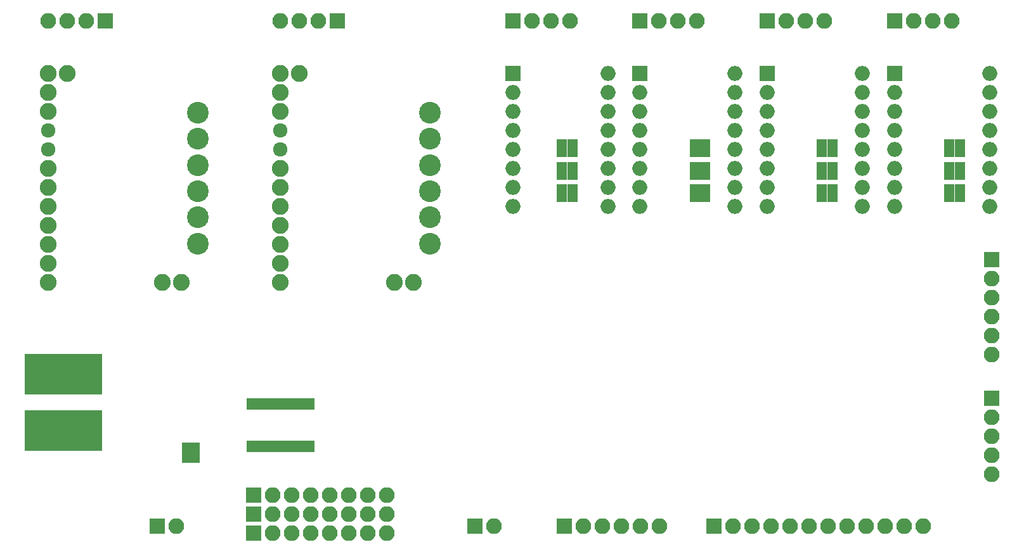
<source format=gbr>
G04 #@! TF.FileFunction,Soldermask,Top*
%FSLAX46Y46*%
G04 Gerber Fmt 4.6, Leading zero omitted, Abs format (unit mm)*
G04 Created by KiCad (PCBNEW 4.0.7) date 03/14/18 22:29:54*
%MOMM*%
%LPD*%
G01*
G04 APERTURE LIST*
%ADD10C,0.100000*%
%ADD11R,2.000000X2.000000*%
%ADD12O,2.000000X2.000000*%
%ADD13R,10.400000X5.400000*%
%ADD14R,2.100000X2.100000*%
%ADD15O,2.100000X2.100000*%
%ADD16R,1.400000X2.400000*%
%ADD17R,2.400000X1.400000*%
%ADD18C,2.250000*%
%ADD19C,1.924000*%
%ADD20C,2.900000*%
%ADD21R,0.800000X1.500000*%
G04 APERTURE END LIST*
D10*
D11*
X180000000Y-57000000D03*
D12*
X192700000Y-74780000D03*
X180000000Y-59540000D03*
X192700000Y-72240000D03*
X180000000Y-62080000D03*
X192700000Y-69700000D03*
X180000000Y-64620000D03*
X192700000Y-67160000D03*
X180000000Y-67160000D03*
X192700000Y-64620000D03*
X180000000Y-69700000D03*
X192700000Y-62080000D03*
X180000000Y-72240000D03*
X192700000Y-59540000D03*
X180000000Y-74780000D03*
X192700000Y-57000000D03*
D11*
X197000000Y-57000000D03*
D12*
X209700000Y-74780000D03*
X197000000Y-59540000D03*
X209700000Y-72240000D03*
X197000000Y-62080000D03*
X209700000Y-69700000D03*
X197000000Y-64620000D03*
X209700000Y-67160000D03*
X197000000Y-67160000D03*
X209700000Y-64620000D03*
X197000000Y-69700000D03*
X209700000Y-62080000D03*
X197000000Y-72240000D03*
X209700000Y-59540000D03*
X197000000Y-74780000D03*
X209700000Y-57000000D03*
D11*
X214000000Y-57000000D03*
D12*
X226700000Y-74780000D03*
X214000000Y-59540000D03*
X226700000Y-72240000D03*
X214000000Y-62080000D03*
X226700000Y-69700000D03*
X214000000Y-64620000D03*
X226700000Y-67160000D03*
X214000000Y-67160000D03*
X226700000Y-64620000D03*
X214000000Y-69700000D03*
X226700000Y-62080000D03*
X214000000Y-72240000D03*
X226700000Y-59540000D03*
X214000000Y-74780000D03*
X226700000Y-57000000D03*
D11*
X231000000Y-57000000D03*
D12*
X243700000Y-74780000D03*
X231000000Y-59540000D03*
X243700000Y-72240000D03*
X231000000Y-62080000D03*
X243700000Y-69700000D03*
X231000000Y-64620000D03*
X243700000Y-67160000D03*
X231000000Y-67160000D03*
X243700000Y-64620000D03*
X231000000Y-69700000D03*
X243700000Y-62080000D03*
X231000000Y-72240000D03*
X243700000Y-59540000D03*
X231000000Y-74780000D03*
X243700000Y-57000000D03*
D13*
X120000000Y-97250000D03*
X120000000Y-104750000D03*
D14*
X180000000Y-50000000D03*
D15*
X182540000Y-50000000D03*
X185080000Y-50000000D03*
X187620000Y-50000000D03*
D14*
X197000000Y-50000000D03*
D15*
X199540000Y-50000000D03*
X202080000Y-50000000D03*
X204620000Y-50000000D03*
D14*
X214000000Y-50000000D03*
D15*
X216540000Y-50000000D03*
X219080000Y-50000000D03*
X221620000Y-50000000D03*
D14*
X231000000Y-50000000D03*
D15*
X233540000Y-50000000D03*
X236080000Y-50000000D03*
X238620000Y-50000000D03*
D14*
X125620000Y-50000000D03*
D15*
X123080000Y-50000000D03*
X120540000Y-50000000D03*
X118000000Y-50000000D03*
D14*
X156620000Y-50000000D03*
D15*
X154080000Y-50000000D03*
X151540000Y-50000000D03*
X149000000Y-50000000D03*
D14*
X206920000Y-117500000D03*
D15*
X209460000Y-117500000D03*
X212000000Y-117500000D03*
X214540000Y-117500000D03*
X217080000Y-117500000D03*
X219620000Y-117500000D03*
X222160000Y-117500000D03*
X224700000Y-117500000D03*
X227240000Y-117500000D03*
X229780000Y-117500000D03*
X232320000Y-117500000D03*
X234860000Y-117500000D03*
D14*
X244000000Y-100460000D03*
D15*
X244000000Y-103000000D03*
X244000000Y-105540000D03*
X244000000Y-108080000D03*
X244000000Y-110620000D03*
D14*
X244000000Y-81920000D03*
D15*
X244000000Y-84460000D03*
X244000000Y-87000000D03*
X244000000Y-89540000D03*
X244000000Y-92080000D03*
X244000000Y-94620000D03*
D14*
X186920000Y-117500000D03*
D15*
X189460000Y-117500000D03*
X192000000Y-117500000D03*
X194540000Y-117500000D03*
X197080000Y-117500000D03*
X199620000Y-117500000D03*
D14*
X145380000Y-115900000D03*
D15*
X147920000Y-115900000D03*
X150460000Y-115900000D03*
X153000000Y-115900000D03*
X155540000Y-115900000D03*
X158080000Y-115900000D03*
X160620000Y-115900000D03*
X163160000Y-115900000D03*
D14*
X145380000Y-118440000D03*
D15*
X147920000Y-118440000D03*
X150460000Y-118440000D03*
X153000000Y-118440000D03*
X155540000Y-118440000D03*
X158080000Y-118440000D03*
X160620000Y-118440000D03*
X163160000Y-118440000D03*
D14*
X132500000Y-117500000D03*
D15*
X135040000Y-117500000D03*
D14*
X145380000Y-113360000D03*
D15*
X147920000Y-113360000D03*
X150460000Y-113360000D03*
X153000000Y-113360000D03*
X155540000Y-113360000D03*
X158080000Y-113360000D03*
X160620000Y-113360000D03*
X163160000Y-113360000D03*
D16*
X186600000Y-73000000D03*
X188000000Y-73000000D03*
X204300000Y-73000000D03*
X205700000Y-73000000D03*
X221300000Y-73000000D03*
X222700000Y-73000000D03*
X238300000Y-73000000D03*
X239700000Y-73000000D03*
X186600000Y-70000000D03*
X188000000Y-70000000D03*
X204300000Y-70000000D03*
X205700000Y-70000000D03*
X221300000Y-70000000D03*
X222700000Y-70000000D03*
X238300000Y-70000000D03*
X239700000Y-70000000D03*
X186600000Y-67000000D03*
X188000000Y-67000000D03*
X204300000Y-67000000D03*
X205700000Y-67000000D03*
X221300000Y-67000000D03*
X222700000Y-67000000D03*
X238300000Y-67000000D03*
X239700000Y-67000000D03*
D17*
X137000000Y-107000000D03*
X137000000Y-108400000D03*
D18*
X120540000Y-57000000D03*
X118000000Y-57000000D03*
X118000000Y-59541818D03*
X118000000Y-62083636D03*
D19*
X118000000Y-64625454D03*
X118000000Y-67167272D03*
D18*
X118000000Y-69709090D03*
X118000000Y-72250908D03*
X118000000Y-74792726D03*
X118000000Y-77334544D03*
X118000000Y-79876362D03*
X118000000Y-82418180D03*
X118000000Y-84959998D03*
D20*
X137940000Y-62250000D03*
X137940000Y-65750000D03*
X137940000Y-69250000D03*
X137940000Y-72750000D03*
X137940000Y-76250000D03*
X137940000Y-79750000D03*
D18*
X135780000Y-84959998D03*
X133240000Y-84959998D03*
X151540000Y-57000000D03*
X149000000Y-57000000D03*
X149000000Y-59541818D03*
X149000000Y-62083636D03*
D19*
X149000000Y-64625454D03*
X149000000Y-67167272D03*
D18*
X149000000Y-69709090D03*
X149000000Y-72250908D03*
X149000000Y-74792726D03*
X149000000Y-77334544D03*
X149000000Y-79876362D03*
X149000000Y-82418180D03*
X149000000Y-84959998D03*
D20*
X168940000Y-62250000D03*
X168940000Y-65750000D03*
X168940000Y-69250000D03*
X168940000Y-72750000D03*
X168940000Y-76250000D03*
X168940000Y-79750000D03*
D18*
X166780000Y-84959998D03*
X164240000Y-84959998D03*
D21*
X144775000Y-106850000D03*
X145425000Y-106850000D03*
X146075000Y-106850000D03*
X146725000Y-106850000D03*
X147375000Y-106850000D03*
X148025000Y-106850000D03*
X148675000Y-106850000D03*
X149325000Y-106850000D03*
X149975000Y-106850000D03*
X150625000Y-106850000D03*
X151275000Y-106850000D03*
X151925000Y-106850000D03*
X152575000Y-106850000D03*
X153225000Y-106850000D03*
X153225000Y-101150000D03*
X152575000Y-101150000D03*
X151925000Y-101150000D03*
X151275000Y-101150000D03*
X150625000Y-101150000D03*
X149975000Y-101150000D03*
X149325000Y-101150000D03*
X148675000Y-101150000D03*
X148025000Y-101150000D03*
X147375000Y-101150000D03*
X146725000Y-101150000D03*
X146075000Y-101150000D03*
X145425000Y-101150000D03*
X144775000Y-101150000D03*
D14*
X175000000Y-117500000D03*
D15*
X177540000Y-117500000D03*
M02*

</source>
